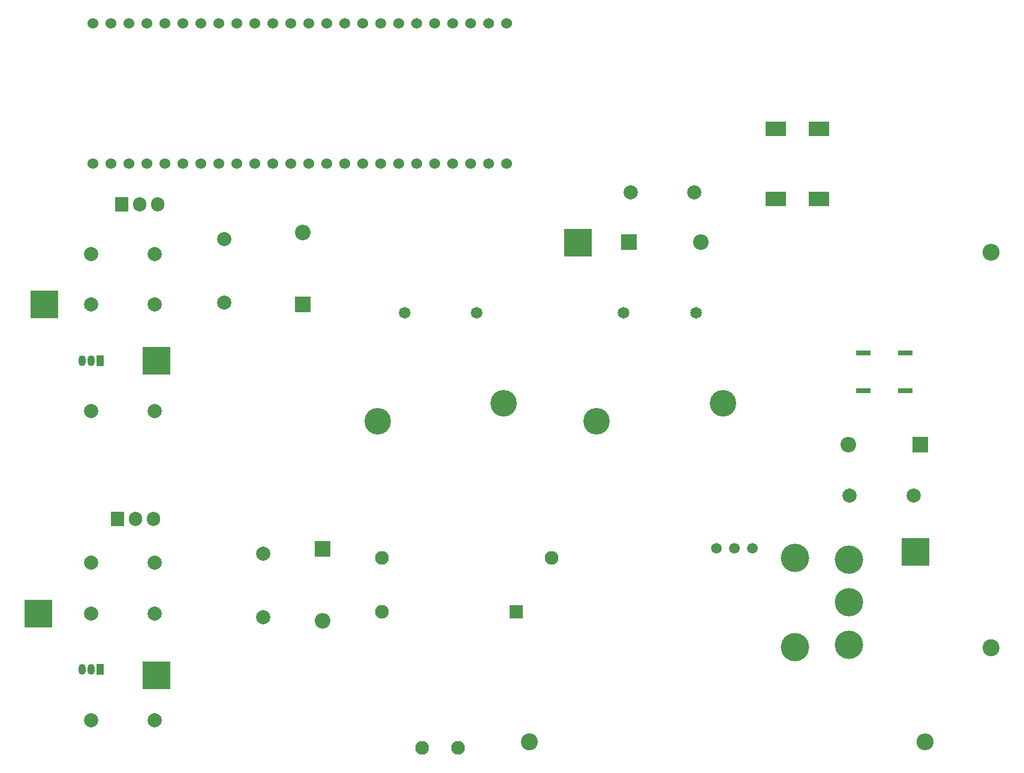
<source format=gts>
G04 #@! TF.GenerationSoftware,KiCad,Pcbnew,(6.0.6-0)*
G04 #@! TF.CreationDate,2023-03-14T15:48:33-04:00*
G04 #@! TF.ProjectId,mecc-pcb-kicad,6d656363-2d70-4636-922d-6b696361642e,v1*
G04 #@! TF.SameCoordinates,Original*
G04 #@! TF.FileFunction,Soldermask,Top*
G04 #@! TF.FilePolarity,Negative*
%FSLAX46Y46*%
G04 Gerber Fmt 4.6, Leading zero omitted, Abs format (unit mm)*
G04 Created by KiCad (PCBNEW (6.0.6-0)) date 2023-03-14 15:48:33*
%MOMM*%
%LPD*%
G01*
G04 APERTURE LIST*
%ADD10C,1.950000*%
%ADD11R,2.200000X2.200000*%
%ADD12O,2.200000X2.200000*%
%ADD13R,1.950000X1.950000*%
%ADD14C,2.000000*%
%ADD15R,4.000000X4.000000*%
%ADD16R,3.000000X2.000000*%
%ADD17C,3.750000*%
%ADD18C,1.650000*%
%ADD19C,4.000000*%
%ADD20C,1.500000*%
%ADD21C,2.400000*%
%ADD22O,2.400000X2.400000*%
%ADD23R,1.050000X1.500000*%
%ADD24O,1.050000X1.500000*%
%ADD25R,1.905000X2.000000*%
%ADD26O,1.905000X2.000000*%
%ADD27R,2.000000X0.700000*%
%ADD28C,1.530000*%
G04 APERTURE END LIST*
D10*
G04 #@! TO.C,VESC_TERMINAL1*
X130711875Y-127718750D03*
X125631875Y-127718750D03*
G04 #@! TD*
D11*
G04 #@! TO.C,D2*
X195958125Y-84931250D03*
D12*
X185798125Y-84931250D03*
G04 #@! TD*
D13*
G04 #@! TO.C,DISCHARGE_RELAY1*
X138868750Y-108510000D03*
D10*
X143908750Y-100890000D03*
X119968750Y-108510000D03*
X119968750Y-100890000D03*
G04 #@! TD*
D14*
G04 #@! TO.C,R_RELAY_PULLDOWN1*
X186000000Y-92075000D03*
X195000000Y-92075000D03*
G04 #@! TD*
G04 #@! TO.C,R_RELAY_PULLDOWN3*
X164043750Y-49212500D03*
X155043750Y-49212500D03*
G04 #@! TD*
D15*
G04 #@! TO.C,TP5*
X195262500Y-100012500D03*
G04 #@! TD*
D16*
G04 #@! TO.C,FUSE_HOLDER1*
X175563750Y-40283750D03*
X175563750Y-50203750D03*
X181623750Y-50203750D03*
X181623750Y-40283750D03*
G04 #@! TD*
D15*
G04 #@! TO.C,TP3*
X88106250Y-117475000D03*
G04 #@! TD*
D11*
G04 #@! TO.C,D3*
X154841875Y-56281250D03*
D12*
X165001875Y-56281250D03*
G04 #@! TD*
D14*
G04 #@! TO.C,RHIGH_10k2*
X87843750Y-123825000D03*
X78843750Y-123825000D03*
G04 #@! TD*
D17*
G04 #@! TO.C,HIGH_SIDE_RELAY1*
X150271875Y-81562500D03*
X168071875Y-79062500D03*
D18*
X154071875Y-66262500D03*
X164271875Y-66262500D03*
G04 #@! TD*
D14*
G04 #@! TO.C,R_RELAY_PULLDOWN2*
X97631250Y-55825000D03*
X97631250Y-64825000D03*
G04 #@! TD*
G04 #@! TO.C,RHIGH_10k4*
X87843750Y-65087500D03*
X78843750Y-65087500D03*
G04 #@! TD*
G04 #@! TO.C,RHIGH_10k1*
X87843750Y-80168750D03*
X78843750Y-80168750D03*
G04 #@! TD*
D15*
G04 #@! TO.C,TP4*
X88106250Y-73025000D03*
G04 #@! TD*
D11*
G04 #@! TO.C,D4*
X111503125Y-99620000D03*
D12*
X111503125Y-109780000D03*
G04 #@! TD*
D19*
G04 #@! TO.C,U1*
X185913625Y-101156250D03*
X185913625Y-107156250D03*
X185913625Y-113156250D03*
X178290625Y-100933250D03*
X178290625Y-113506250D03*
D20*
X172289025Y-99528250D03*
X169749025Y-99528250D03*
X167209025Y-99528250D03*
G04 #@! TD*
D11*
G04 #@! TO.C,D1*
X108743750Y-65087500D03*
D12*
X108743750Y-54927500D03*
G04 #@! TD*
D21*
G04 #@! TO.C,R_PRECHARGE1*
X205959375Y-113590000D03*
D22*
X205959375Y-57710000D03*
G04 #@! TD*
D21*
G04 #@! TO.C,R_DISCHARGE1*
X140713125Y-126925000D03*
D22*
X196593125Y-126925000D03*
G04 #@! TD*
D23*
G04 #@! TO.C,Q1*
X80168750Y-116681250D03*
D24*
X78898750Y-116681250D03*
X77628750Y-116681250D03*
G04 #@! TD*
D15*
G04 #@! TO.C,TP2*
X71437500Y-108743750D03*
G04 #@! TD*
D14*
G04 #@! TO.C,RHIGH_10k3*
X87843750Y-108743750D03*
X78843750Y-108743750D03*
G04 #@! TD*
G04 #@! TO.C,RHIGH_10k5*
X87843750Y-101600000D03*
X78843750Y-101600000D03*
G04 #@! TD*
D25*
G04 #@! TO.C,Q3*
X82550000Y-95401250D03*
D26*
X85090000Y-95401250D03*
X87630000Y-95401250D03*
G04 #@! TD*
D14*
G04 #@! TO.C,RHIGH_10k6*
X87843750Y-57943750D03*
X78843750Y-57943750D03*
G04 #@! TD*
D23*
G04 #@! TO.C,Q2*
X80168750Y-73025000D03*
D24*
X78898750Y-73025000D03*
X77628750Y-73025000D03*
G04 #@! TD*
D15*
G04 #@! TO.C,TP1*
X72231250Y-65087500D03*
G04 #@! TD*
G04 #@! TO.C,TP6*
X147637500Y-56356250D03*
G04 #@! TD*
D27*
G04 #@! TO.C,PRECHARGE_RELAY1*
X193878125Y-77312500D03*
X193878125Y-71912500D03*
X187878125Y-71912500D03*
X187878125Y-77312500D03*
G04 #@! TD*
D14*
G04 #@! TO.C,R_RELAY_PULLDOWN4*
X103187500Y-100275000D03*
X103187500Y-109275000D03*
G04 #@! TD*
D28*
G04 #@! TO.C,J1*
X79124375Y-45212000D03*
X81664375Y-45212000D03*
X84204375Y-45212000D03*
X86744375Y-45212000D03*
X89284375Y-45212000D03*
X91824375Y-45212000D03*
X94364375Y-45212000D03*
X96904375Y-45212000D03*
X99444375Y-45212000D03*
X101984375Y-45212000D03*
X104524375Y-45212000D03*
X107064375Y-45212000D03*
X109604375Y-45212000D03*
X112144375Y-45212000D03*
X114684375Y-45212000D03*
X117224375Y-45212000D03*
X119764375Y-45212000D03*
X122304375Y-45212000D03*
X124844375Y-45212000D03*
X127384375Y-45212000D03*
X129924375Y-45212000D03*
X132464375Y-45212000D03*
X135004375Y-45212000D03*
X137544375Y-45212000D03*
G04 #@! TD*
G04 #@! TO.C,J2*
X79124375Y-25400000D03*
X81664375Y-25400000D03*
X84204375Y-25400000D03*
X86744375Y-25400000D03*
X89284375Y-25400000D03*
X91824375Y-25400000D03*
X94364375Y-25400000D03*
X96904375Y-25400000D03*
X99444375Y-25400000D03*
X101984375Y-25400000D03*
X104524375Y-25400000D03*
X107064375Y-25400000D03*
X109604375Y-25400000D03*
X112144375Y-25400000D03*
X114684375Y-25400000D03*
X117224375Y-25400000D03*
X119764375Y-25400000D03*
X122304375Y-25400000D03*
X124844375Y-25400000D03*
X127384375Y-25400000D03*
X129924375Y-25400000D03*
X132464375Y-25400000D03*
X135004375Y-25400000D03*
X137544375Y-25400000D03*
G04 #@! TD*
D17*
G04 #@! TO.C,LOW_SIDE_RELAY1*
X119315625Y-81562500D03*
X137115625Y-79062500D03*
D18*
X123115625Y-66262500D03*
X133315625Y-66262500D03*
G04 #@! TD*
D25*
G04 #@! TO.C,Q4*
X83185000Y-50951250D03*
D26*
X85725000Y-50951250D03*
X88265000Y-50951250D03*
G04 #@! TD*
M02*

</source>
